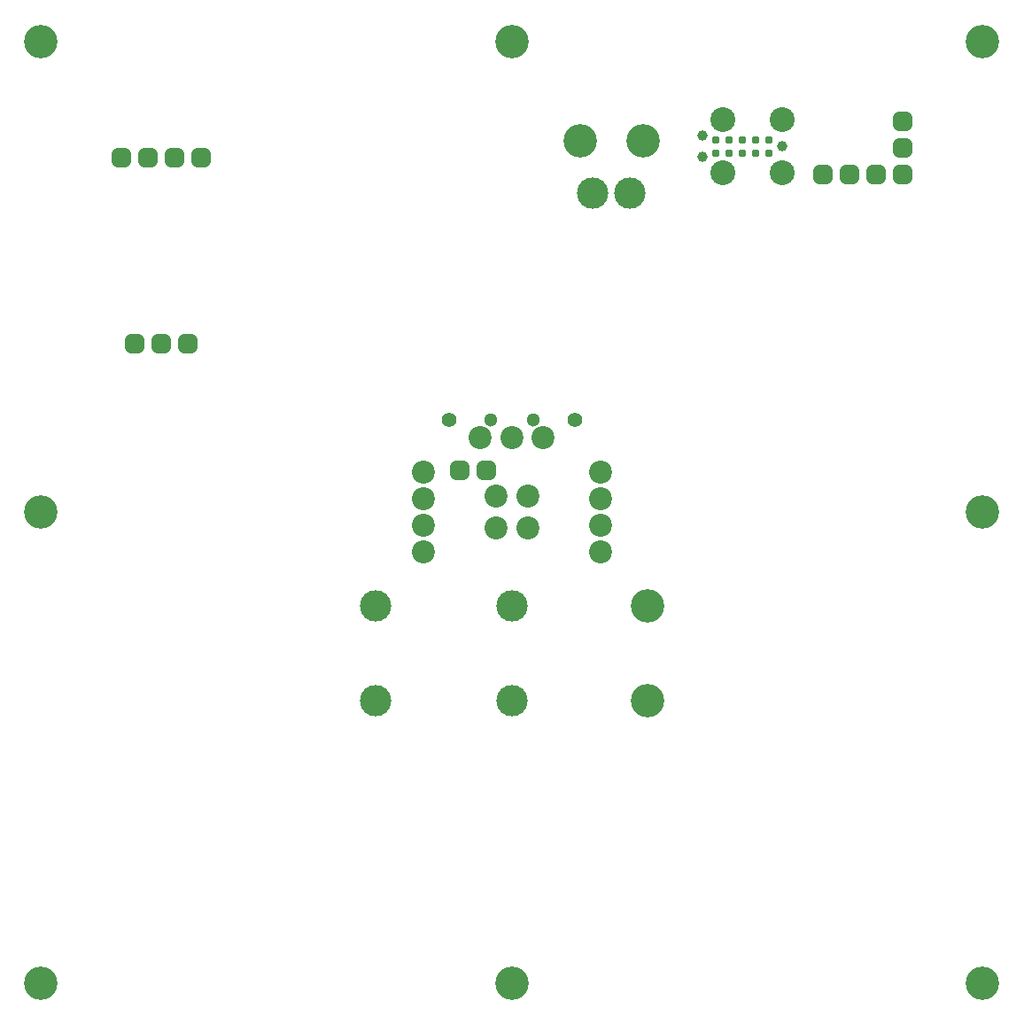
<source format=gbr>
%TF.GenerationSoftware,KiCad,Pcbnew,7.0.2-6a45011f42~172~ubuntu22.04.1*%
%TF.CreationDate,2023-05-30T13:10:43+12:00*%
%TF.ProjectId,THE_BRAWN-20A_LOGIC_FIXTURE,5448455f-4252-4415-974e-2d3230415f4c,v1.0*%
%TF.SameCoordinates,Original*%
%TF.FileFunction,Soldermask,Top*%
%TF.FilePolarity,Negative*%
%FSLAX46Y46*%
G04 Gerber Fmt 4.6, Leading zero omitted, Abs format (unit mm)*
G04 Created by KiCad (PCBNEW 7.0.2-6a45011f42~172~ubuntu22.04.1) date 2023-05-30 13:10:43*
%MOMM*%
%LPD*%
G01*
G04 APERTURE LIST*
G04 Aperture macros list*
%AMRoundRect*
0 Rectangle with rounded corners*
0 $1 Rounding radius*
0 $2 $3 $4 $5 $6 $7 $8 $9 X,Y pos of 4 corners*
0 Add a 4 corners polygon primitive as box body*
4,1,4,$2,$3,$4,$5,$6,$7,$8,$9,$2,$3,0*
0 Add four circle primitives for the rounded corners*
1,1,$1+$1,$2,$3*
1,1,$1+$1,$4,$5*
1,1,$1+$1,$6,$7*
1,1,$1+$1,$8,$9*
0 Add four rect primitives between the rounded corners*
20,1,$1+$1,$2,$3,$4,$5,0*
20,1,$1+$1,$4,$5,$6,$7,0*
20,1,$1+$1,$6,$7,$8,$9,0*
20,1,$1+$1,$8,$9,$2,$3,0*%
G04 Aperture macros list end*
%ADD10C,2.200000*%
%ADD11C,3.200000*%
%ADD12C,1.400000*%
%ADD13C,2.374900*%
%ADD14C,0.990600*%
%ADD15C,0.787400*%
%ADD16C,1.300000*%
%ADD17RoundRect,0.450000X0.450000X-0.450000X0.450000X0.450000X-0.450000X0.450000X-0.450000X-0.450000X0*%
%ADD18C,3.000000*%
%ADD19RoundRect,0.450000X0.450000X0.450000X-0.450000X0.450000X-0.450000X-0.450000X0.450000X-0.450000X0*%
G04 APERTURE END LIST*
D10*
%TO.C,TP21*%
X228500000Y-143820000D03*
%TD*%
D11*
%TO.C,M3*%
X265000000Y-185000000D03*
%TD*%
D10*
%TO.C,TP14*%
X221500000Y-138500000D03*
%TD*%
D11*
%TO.C,M5*%
X175000000Y-95000000D03*
%TD*%
D10*
%TO.C,TP9*%
X218500000Y-141500000D03*
%TD*%
D11*
%TO.C,M6*%
X265000000Y-140000000D03*
%TD*%
%TO.C,M11*%
X232500000Y-104525000D03*
%TD*%
D10*
%TO.C,TP1*%
X211500000Y-136200000D03*
%TD*%
D11*
%TO.C,M4*%
X220000000Y-95000000D03*
%TD*%
%TO.C,M15*%
X233000000Y-149000000D03*
%TD*%
D10*
%TO.C,TP5*%
X217000000Y-132900000D03*
%TD*%
D11*
%TO.C,M7*%
X175000000Y-140000000D03*
%TD*%
D12*
%TO.C,TP12*%
X226000000Y-131200000D03*
%TD*%
D11*
%TO.C,M12*%
X226500000Y-104525000D03*
%TD*%
D10*
%TO.C,TP10*%
X220000000Y-132900000D03*
%TD*%
D11*
%TO.C,M1*%
X175000000Y-185000000D03*
%TD*%
D13*
%TO.C,N1*%
X245860000Y-107590000D03*
D14*
X245860000Y-105050000D03*
D13*
X245860000Y-102510000D03*
X240145000Y-107590000D03*
X240145000Y-102510000D03*
D14*
X238240000Y-106066000D03*
X238240000Y-104034000D03*
D15*
X244590000Y-104415000D03*
X243320000Y-104415000D03*
X242050000Y-104415000D03*
X240780000Y-104415000D03*
X239510000Y-104415000D03*
X239510000Y-105685000D03*
X240780000Y-105685000D03*
X242050000Y-105685000D03*
X243320000Y-105685000D03*
X244590000Y-105685000D03*
%TD*%
D11*
%TO.C,M2*%
X265000000Y-95000000D03*
%TD*%
D10*
%TO.C,TP19*%
X228500000Y-138740000D03*
%TD*%
D16*
%TO.C,TP11*%
X222000000Y-131200000D03*
%TD*%
D11*
%TO.C,M16*%
X233000000Y-158000000D03*
%TD*%
D10*
%TO.C,TP18*%
X228500000Y-136200000D03*
%TD*%
%TO.C,TP2*%
X211500000Y-138740000D03*
%TD*%
D17*
%TO.C,J5*%
X215000000Y-136000000D03*
X217540000Y-136000000D03*
%TD*%
D16*
%TO.C,TP7*%
X218000000Y-131200000D03*
%TD*%
D10*
%TO.C,TP13*%
X223000000Y-132900000D03*
%TD*%
D11*
%TO.C,M8*%
X220000000Y-185000000D03*
%TD*%
D10*
%TO.C,TP20*%
X228500000Y-141280000D03*
%TD*%
%TO.C,TP3*%
X211500000Y-141280000D03*
%TD*%
D18*
%TO.C,TP17*%
X231250000Y-109500000D03*
%TD*%
D12*
%TO.C,TP6*%
X214000000Y-131200000D03*
%TD*%
D10*
%TO.C,TP15*%
X221500000Y-141500000D03*
%TD*%
D18*
%TO.C,TP16*%
X227750000Y-109500000D03*
%TD*%
D10*
%TO.C,TP8*%
X218500000Y-138500000D03*
%TD*%
%TO.C,TP4*%
X211500000Y-143820000D03*
%TD*%
D17*
%TO.C,J3*%
X190310000Y-106110000D03*
X187770000Y-106110000D03*
X185230000Y-106110000D03*
X182690000Y-106110000D03*
%TD*%
%TO.C,J2*%
X254770000Y-107769500D03*
X252230000Y-107769500D03*
X249690000Y-107769500D03*
%TD*%
D19*
%TO.C,J1*%
X257310000Y-102689500D03*
X257310000Y-105229500D03*
X257310000Y-107769500D03*
%TD*%
D17*
%TO.C,J4*%
X189040000Y-123890000D03*
X186500000Y-123890000D03*
X183960000Y-123890000D03*
%TD*%
D18*
%TO.C,M13*%
X220000000Y-149000000D03*
%TD*%
%TO.C,M10*%
X207000000Y-149000000D03*
%TD*%
%TO.C,M9*%
X220000000Y-158000000D03*
%TD*%
%TO.C,M14*%
X207000000Y-158000000D03*
%TD*%
M02*

</source>
